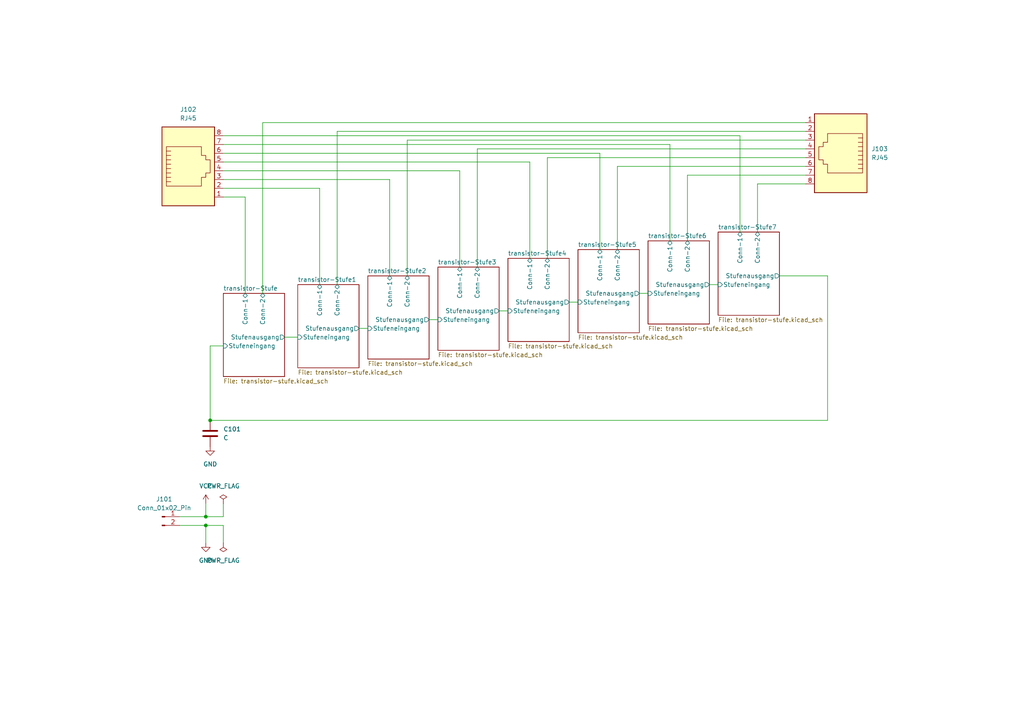
<source format=kicad_sch>
(kicad_sch (version 20230121) (generator eeschema)
  (paper "A4")
  (lib_symbols
    (symbol "Connector:Conn_01x02_Pin" (pin_names (offset 1.016) hide)
      (property "Reference" "J" (at 0 2.54 0))
      (property "Value" "Conn_01x02_Pin" (at 0 -5.08 0))
      (symbol "Conn_01x02_Pin_1_1"
        (polyline (pts (xy 1.27 -2.54) (xy 0.8636 -2.54)) (stroke (width 0.1524)))
        (polyline (pts (xy 1.27 0) (xy 0.8636 0)) (stroke (width 0.1524)))
        (rectangle (start 0.8636 -2.413) (end 0 -2.667) (stroke (width 0.1524)) (fill (type outline)))
        (rectangle (start 0.8636 0.127) (end 0 -0.127) (stroke (width 0.1524)) (fill (type outline)))
        (pin passive line (at 5.08 0 180) (length 3.81) (name "Pin_1") (number "1"))
        (pin passive line (at 5.08 -2.54 180) (length 3.81) (name "Pin_2") (number "2"))
      )
    )
    (symbol "Connector:RJ45" (pin_names (offset 1.016))
      (property "Reference" "J" (at -5.08 13.97 0))
      (property "Value" "RJ45" (at 2.54 13.97 0))
      (symbol "RJ45_0_1"
        (polyline (pts (xy -5.08 4.445) (xy -6.35 4.445)))
        (polyline (pts (xy -5.08 5.715) (xy -6.35 5.715)))
        (polyline (pts (xy -6.35 -3.175) (xy -5.08 -3.175) (xy -5.08 -3.175)))
        (polyline (pts (xy -6.35 -1.905) (xy -5.08 -1.905) (xy -5.08 -1.905)))
        (polyline (pts (xy -6.35 -0.635) (xy -5.08 -0.635) (xy -5.08 -0.635)))
        (polyline (pts (xy -6.35 0.635) (xy -5.08 0.635) (xy -5.08 0.635)))
        (polyline (pts (xy -6.35 1.905) (xy -5.08 1.905) (xy -5.08 1.905)))
        (polyline (pts (xy -5.08 3.175) (xy -6.35 3.175) (xy -6.35 3.175)))
        (polyline (pts (xy -6.35 -4.445) (xy -6.35 6.985) (xy 3.81 6.985) (xy 3.81 4.445) (xy 5.08 4.445) (xy 5.08 3.175) (xy 6.35 3.175) (xy 6.35 -0.635) (xy 5.08 -0.635) (xy 5.08 -1.905) (xy 3.81 -1.905) (xy 3.81 -4.445) (xy -6.35 -4.445) (xy -6.35 -4.445)))
        (rectangle (start 7.62 12.7) (end -7.62 -10.16) (stroke (width 0.254)) (fill (type background)))
      )
      (symbol "RJ45_1_1"
        (pin passive line (at 10.16 -7.62 180) (length 2.54) (name "~") (number "1"))
        (pin passive line (at 10.16 -5.08 180) (length 2.54) (name "~") (number "2"))
        (pin passive line (at 10.16 -2.54 180) (length 2.54) (name "~") (number "3"))
        (pin passive line (at 10.16 0 180) (length 2.54) (name "~") (number "4"))
        (pin passive line (at 10.16 2.54 180) (length 2.54) (name "~") (number "5"))
        (pin passive line (at 10.16 5.08 180) (length 2.54) (name "~") (number "6"))
        (pin passive line (at 10.16 7.62 180) (length 2.54) (name "~") (number "7"))
        (pin passive line (at 10.16 10.16 180) (length 2.54) (name "~") (number "8"))
      )
    )
    (symbol "Device:C" (pin_numbers hide) (pin_names (offset 0.254))
      (property "Reference" "C" (at 0.635 2.54 0))
      (property "Value" "C" (at 0.635 -2.54 0))
      (symbol "C_0_1"
        (polyline (pts (xy -2.032 -0.762) (xy 2.032 -0.762)) (stroke (width 0.508)))
        (polyline (pts (xy -2.032 0.762) (xy 2.032 0.762)) (stroke (width 0.508)))
      )
      (symbol "C_1_1"
        (pin passive line (at 0 3.81 270) (length 2.794) (name "~") (number "1"))
        (pin passive line (at 0 -3.81 90) (length 2.794) (name "~") (number "2"))
      )
    )
    (symbol "PCM_4ms_Power-symbol:GND" (power) (pin_names (offset 0))
      (property "Value" "GND" (at 0 -3.81 0))
      (symbol "GND_0_1"
        (polyline (pts (xy 0 0) (xy 0 -1.27) (xy 1.27 -1.27) (xy 0 -2.54) (xy -1.27 -1.27) (xy 0 -1.27)))
      )
      (symbol "GND_1_1"
        (pin power_in line (at 0 0 270) (length 0) hide (name "GND") (number "1"))
      )
    )
    (symbol "PCM_4ms_Power-symbol:PWR_FLAG" (power) (pin_numbers hide) (pin_names (offset 0) hide)
      (property "Value" "PWR_FLAG" (at 0 3.81 0))
      (symbol "PWR_FLAG_0_0"
        (pin power_out line (at 0 0 90) (length 0) (name "pwr") (number "1"))
      )
      (symbol "PWR_FLAG_0_1"
        (polyline (pts (xy 0 0) (xy 0 1.27) (xy -1.016 1.905) (xy 0 2.54) (xy 1.016 1.905) (xy 0 1.27)))
      )
    )
    (symbol "power:VCC" (power) (pin_names (offset 0))
      (property "Value" "VCC" (at 0 3.81 0))
      (symbol "VCC_0_1"
        (polyline (pts (xy -0.762 1.27) (xy 0 2.54)))
        (polyline (pts (xy 0 0) (xy 0 2.54)))
        (polyline (pts (xy 0 2.54) (xy 0.762 1.27)))
      )
      (symbol "VCC_1_1"
        (pin power_in line (at 0 0 90) (length 0) hide (name "VCC") (number "1"))
      )
    )
  )
  (junction (at 59.69 149.86))
  (junction (at 59.69 152.4))
  (junction (at 60.96 121.92))
  (wire (pts (xy 233.68 48.26) (xy 179.07 48.26)))
  (wire (pts (xy 219.71 67.31) (xy 219.71 53.34)))
  (wire (pts (xy 214.63 67.31) (xy 214.63 39.37)))
  (wire (pts (xy 199.39 50.8) (xy 199.39 69.85)))
  (wire (pts (xy 97.79 38.1) (xy 97.79 82.55)))
  (wire (pts (xy 71.12 57.15) (xy 64.77 57.15)))
  (wire (pts (xy 233.68 40.64) (xy 118.11 40.64)))
  (wire (pts (xy 64.77 149.86) (xy 59.69 149.86)))
  (wire (pts (xy 76.2 35.56) (xy 76.2 85.09)))
  (wire (pts (xy 240.03 80.01) (xy 240.03 121.92)))
  (wire (pts (xy 233.68 35.56) (xy 76.2 35.56)))
  (wire (pts (xy 219.71 53.34) (xy 233.68 53.34)))
  (wire (pts (xy 118.11 40.64) (xy 118.11 80.01)))
  (wire (pts (xy 185.42 85.09) (xy 187.96 85.09)))
  (wire (pts (xy 133.35 49.53) (xy 64.77 49.53)))
  (wire (pts (xy 113.03 52.07) (xy 64.77 52.07)))
  (wire (pts (xy 82.55 97.79) (xy 86.36 97.79)))
  (wire (pts (xy 64.77 152.4) (xy 64.77 157.48)))
  (wire (pts (xy 226.06 80.01) (xy 240.03 80.01)))
  (wire (pts (xy 173.99 72.39) (xy 173.99 44.45)))
  (wire (pts (xy 133.35 77.47) (xy 133.35 49.53)))
  (wire (pts (xy 158.75 45.72) (xy 158.75 74.93)))
  (wire (pts (xy 173.99 44.45) (xy 64.77 44.45)))
  (wire (pts (xy 165.1 87.63) (xy 167.64 87.63)))
  (wire (pts (xy 52.07 152.4) (xy 59.69 152.4)))
  (wire (pts (xy 64.77 146.05) (xy 64.77 149.86)))
  (wire (pts (xy 214.63 39.37) (xy 64.77 39.37)))
  (wire (pts (xy 60.96 100.33) (xy 64.77 100.33)))
  (wire (pts (xy 153.67 46.99) (xy 64.77 46.99)))
  (wire (pts (xy 59.69 152.4) (xy 59.69 157.48)))
  (wire (pts (xy 233.68 50.8) (xy 199.39 50.8)))
  (wire (pts (xy 144.78 90.17) (xy 147.32 90.17)))
  (wire (pts (xy 233.68 43.18) (xy 138.43 43.18)))
  (wire (pts (xy 179.07 48.26) (xy 179.07 72.39)))
  (wire (pts (xy 233.68 45.72) (xy 158.75 45.72)))
  (wire (pts (xy 240.03 121.92) (xy 60.96 121.92)))
  (wire (pts (xy 104.14 95.25) (xy 106.68 95.25)))
  (wire (pts (xy 59.69 149.86) (xy 59.69 146.05)))
  (wire (pts (xy 59.69 152.4) (xy 64.77 152.4)))
  (wire (pts (xy 138.43 43.18) (xy 138.43 77.47)))
  (wire (pts (xy 71.12 85.09) (xy 71.12 57.15)))
  (wire (pts (xy 124.46 92.71) (xy 127 92.71)))
  (wire (pts (xy 153.67 74.93) (xy 153.67 46.99)))
  (wire (pts (xy 194.31 69.85) (xy 194.31 41.91)))
  (wire (pts (xy 233.68 38.1) (xy 97.79 38.1)))
  (wire (pts (xy 113.03 80.01) (xy 113.03 52.07)))
  (wire (pts (xy 52.07 149.86) (xy 59.69 149.86)))
  (wire (pts (xy 92.71 54.61) (xy 64.77 54.61)))
  (wire (pts (xy 92.71 82.55) (xy 92.71 54.61)))
  (wire (pts (xy 60.96 121.92) (xy 60.96 100.33)))
  (wire (pts (xy 205.74 82.55) (xy 208.28 82.55)))
  (wire (pts (xy 194.31 41.91) (xy 64.77 41.91)))
  (symbol (lib_id "PCM_4ms_Power-symbol:PWR_FLAG") (at 64.77 146.05 0) (unit 1)
    (property "Reference" "#FLG0101" (effects hide))
    (property "Value" "PWR_FLAG" (at 64.77 140.97 0))
  )
  (symbol (lib_id "PCM_4ms_Power-symbol:GND") (at 59.69 157.48 0) (unit 1)
    (property "Reference" "#PWR0102" (effects hide))
    (property "Value" "GND" (at 59.69 162.56 0))
  )
  (symbol (lib_id "Connector:RJ45") (at 54.61 49.53 0) (unit 1)
    (property "Reference" "J102" (at 54.61 31.75 0))
    (property "Value" "RJ45" (at 54.61 34.29 0))
    (property "Footprint" "Connector_RJ:RJ45_Molex_0855135013_Vertical" (effects hide))
  )
  (symbol (lib_id "PCM_4ms_Power-symbol:PWR_FLAG") (at 64.77 157.48 180) (unit 1)
    (property "Reference" "#FLG0102" (effects hide))
    (property "Value" "PWR_FLAG" (at 64.77 162.56 0))
  )
  (symbol (lib_id "power:VCC") (at 59.69 146.05 0) (unit 1)
    (property "Reference" "#PWR0101" (effects hide))
    (property "Value" "VCC" (at 59.69 140.97 0))
  )
  (symbol (lib_id "PCM_4ms_Power-symbol:GND") (at 60.96 129.54 0) (unit 1)
    (property "Reference" "#PWR0103" (effects hide))
    (property "Value" "GND" (at 60.96 134.62 0))
  )
  (symbol (lib_id "Device:C") (at 60.96 125.73 0) (unit 1)
    (property "Reference" "C101" (at 64.77 124.46 0) (effects (justify left)))
    (property "Value" "C" (at 64.77 127 0) (effects (justify left)))
    (property "Footprint" "Capacitor_SMD:C_0805_2012Metric_Pad1.18x1.45mm_HandSolder" (effects hide))
  )
  (symbol (lib_id "Connector:RJ45") (at 243.84 43.18 180) (unit 1)
    (property "Reference" "J103" (at 252.73 43.18 0) (effects (justify right)))
    (property "Value" "RJ45" (at 252.73 45.72 0) (effects (justify right)))
    (property "Footprint" "Connector_RJ:RJ45_Molex_0855135013_Vertical" (effects hide))
  )
  (symbol (lib_id "Connector:Conn_01x02_Pin") (at 46.99 149.86 0) (unit 1)
    (property "Reference" "J101" (at 47.625 144.78 0))
    (property "Value" "Conn_01x02_Pin" (at 47.625 147.32 0))
    (property "Footprint" "Connector_PinHeader_2.54mm:PinHeader_1x02_P2.54mm_Vertical" (effects hide))
  )
  (sheet (at 167.64 72.39) (size 17.78 24.13) (stroke (width 0.1524))
    (property "Sheetname" "transistor-Stufe5" (at 167.64 71.6784 0) (effects (justify left bottom)))
    (property "Sheetfile" "transistor-stufe.kicad_sch" (at 167.64 97.1046 0) (effects (justify left top)))
    (pin "Stufenausgang" output (at 185.42 85.09 0))
    (pin "Stufeneingang" input (at 167.64 87.63 180))
    (pin "Conn-2" bidirectional (at 179.07 72.39 90))
    (pin "Conn-1" bidirectional (at 173.99 72.39 90))
  )
  (sheet (at 64.77 85.09) (size 17.78 24.13) (stroke (width 0.1524))
    (property "Sheetname" "transistor-Stufe" (at 64.77 84.3784 0) (effects (justify left bottom)))
    (property "Sheetfile" "transistor-stufe.kicad_sch" (at 64.77 109.8046 0) (effects (justify left top)))
    (pin "Stufenausgang" output (at 82.55 97.79 0))
    (pin "Stufeneingang" input (at 64.77 100.33 180))
    (pin "Conn-2" bidirectional (at 76.2 85.09 90))
    (pin "Conn-1" bidirectional (at 71.12 85.09 90))
  )
  (sheet (at 106.68 80.01) (size 17.78 24.13) (stroke (width 0.1524))
    (property "Sheetname" "transistor-Stufe2" (at 106.68 79.2984 0) (effects (justify left bottom)))
    (property "Sheetfile" "transistor-stufe.kicad_sch" (at 106.68 104.7246 0) (effects (justify left top)))
    (pin "Stufenausgang" output (at 124.46 92.71 0))
    (pin "Stufeneingang" input (at 106.68 95.25 180))
    (pin "Conn-2" bidirectional (at 118.11 80.01 90))
    (pin "Conn-1" bidirectional (at 113.03 80.01 90))
  )
  (sheet (at 147.32 74.93) (size 17.78 24.13) (stroke (width 0.1524))
    (property "Sheetname" "transistor-Stufe4" (at 147.32 74.2184 0) (effects (justify left bottom)))
    (property "Sheetfile" "transistor-stufe.kicad_sch" (at 147.32 99.6446 0) (effects (justify left top)))
    (pin "Stufenausgang" output (at 165.1 87.63 0))
    (pin "Stufeneingang" input (at 147.32 90.17 180))
    (pin "Conn-2" bidirectional (at 158.75 74.93 90))
    (pin "Conn-1" bidirectional (at 153.67 74.93 90))
  )
  (sheet (at 127 77.47) (size 17.78 24.13) (stroke (width 0.1524))
    (property "Sheetname" "transistor-Stufe3" (at 127 76.7584 0) (effects (justify left bottom)))
    (property "Sheetfile" "transistor-stufe.kicad_sch" (at 127 102.1846 0) (effects (justify left top)))
    (pin "Stufenausgang" output (at 144.78 90.17 0))
    (pin "Stufeneingang" input (at 127 92.71 180))
    (pin "Conn-2" bidirectional (at 138.43 77.47 90))
    (pin "Conn-1" bidirectional (at 133.35 77.47 90))
  )
  (sheet (at 86.36 82.55) (size 17.78 24.13) (stroke (width 0.1524))
    (property "Sheetname" "transistor-Stufe1" (at 86.36 81.8384 0) (effects (justify left bottom)))
    (property "Sheetfile" "transistor-stufe.kicad_sch" (at 86.36 107.2646 0) (effects (justify left top)))
    (pin "Stufenausgang" output (at 104.14 95.25 0))
    (pin "Stufeneingang" input (at 86.36 97.79 180))
    (pin "Conn-2" bidirectional (at 97.79 82.55 90))
    (pin "Conn-1" bidirectional (at 92.71 82.55 90))
  )
  (sheet (at 187.96 69.85) (size 17.78 24.13) (stroke (width 0.1524))
    (property "Sheetname" "transistor-Stufe6" (at 187.96 69.1384 0) (effects (justify left bottom)))
    (property "Sheetfile" "transistor-stufe.kicad_sch" (at 187.96 94.5646 0) (effects (justify left top)))
    (pin "Stufenausgang" output (at 205.74 82.55 0))
    (pin "Stufeneingang" input (at 187.96 85.09 180))
    (pin "Conn-2" bidirectional (at 199.39 69.85 90))
    (pin "Conn-1" bidirectional (at 194.31 69.85 90))
  )
  (sheet (at 208.28 67.31) (size 17.78 24.13) (stroke (width 0.1524))
    (property "Sheetname" "transistor-Stufe7" (at 208.28 66.5984 0) (effects (justify left bottom)))
    (property "Sheetfile" "transistor-stufe.kicad_sch" (at 208.28 92.0246 0) (effects (justify left top)))
    (pin "Stufenausgang" output (at 226.06 80.01 0))
    (pin "Stufeneingang" input (at 208.28 82.55 180))
    (pin "Conn-2" bidirectional (at 219.71 67.31 90))
    (pin "Conn-1" bidirectional (at 214.63 67.31 90))
  )
)
</source>
